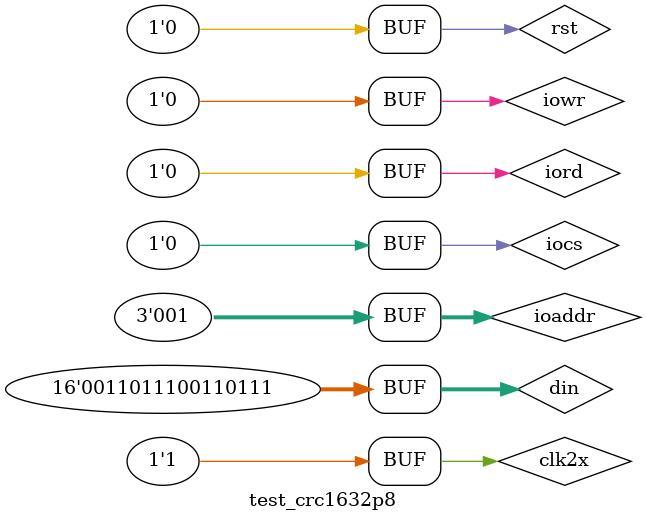
<source format=v>
`timescale 1ns / 1ps
module test_crc1632p8;

	// Inputs
	reg iocs;
	reg [2:0] ioaddr;
	reg [15:0] din;
	reg iowr;
	reg iord;
	reg clk;
	reg clk2x;
	reg rst;

	// Outputs
	wire [15:0] dout0,dout1;

	// Instantiate the Units Under Test (UUT)
	crc1632p8 uut0 (
		.iocs(iocs), 
		.ioaddr(ioaddr), 
		.din(din), 
		.iowr(iowr), 
		.dout(dout0), 
		.iord(iord), 
		.clk(clk), 
		.rst(rst)
	);
	crc1632 uut1 (
		.iocs(iocs), 
		.ioaddr(ioaddr), 
		.din(din), 
		.iowr(iowr), 
		.dout(dout1), 
		.iord(iord), 
		.mclk(clk), 
		.dclk(clk2x), 
		.rst(rst)
	);
	always @ (posedge clk2x) clk <= ~clk;

	initial begin
		// Initialize Inputs
		iocs = 0;
		ioaddr = 0;
		din = 0;
		iowr = 0;
		iord = 0;
		clk = 0;
		rst = 0;

		// Wait 100 ns for global reset to finish
		#100;
		// hardware reset
		#5 clk2x = 0; rst = 1;
		#5 clk2x = 1;
		#5 clk2x = 0;
		#5 clk2x = 1;
		#5 clk2x = 0; rst = 0;
		#5 clk2x = 1;
		#5 clk2x = 0;
		#5 clk2x = 1;
		// test with 8 bit data
		#5 clk2x = 0; iocs = 1; ioaddr = 3; iowr = 1;
		#5 clk2x = 1;
		#5 clk2x = 0;
		#5 clk2x = 1;
		#5 clk2x = 0; iocs = 0; ioaddr = 0; iowr = 0;
		#5 clk2x = 1;
		#5 clk2x = 0;
		#5 clk2x = 1;
		repeat (16)
		begin
			#5 clk2x = 0; iocs = 1; ioaddr = 0; iowr = 1; din = 16'h0037;
			#5 clk2x = 1;
			#5 clk2x = 0;
			#5 clk2x = 1;
			repeat (4)
			begin
				#5 clk2x = 0; iocs = 0; iowr = 0;
				#5 clk2x = 1;
				#5 clk2x = 0;
				#5 clk2x = 1;
			end
		end
		repeat (8)
		begin
			#5 clk2x = 0; iocs = 0; ioaddr = 0; iowr = 0;
			#5 clk2x = 1;
			#5 clk2x = 0;
			#5 clk2x = 1;
		end
		// test with 16 bit data
		#5 clk2x = 0; iocs = 1; ioaddr = 3; iowr = 1;
		#5 clk2x = 1;
		#5 clk2x = 0;
		#5 clk2x = 1;
		#5 clk2x = 0; iocs = 0; ioaddr = 0; iowr = 0;
		#5 clk2x = 1;
		#5 clk2x = 0;
		#5 clk2x = 1;
		repeat (8)
		begin
			#5 clk2x = 0; iocs = 1; ioaddr = 1; iowr = 1; din = 16'h3737;
			#5 clk2x = 1;
			#5 clk2x = 0;
			#5 clk2x = 1;
			repeat (8)
			begin
				#5 clk2x = 0; iocs = 0; iowr = 0;
				#5 clk2x = 1;
				#5 clk2x = 0;
				#5 clk2x = 1;
			end
		end

	end
      
endmodule


</source>
